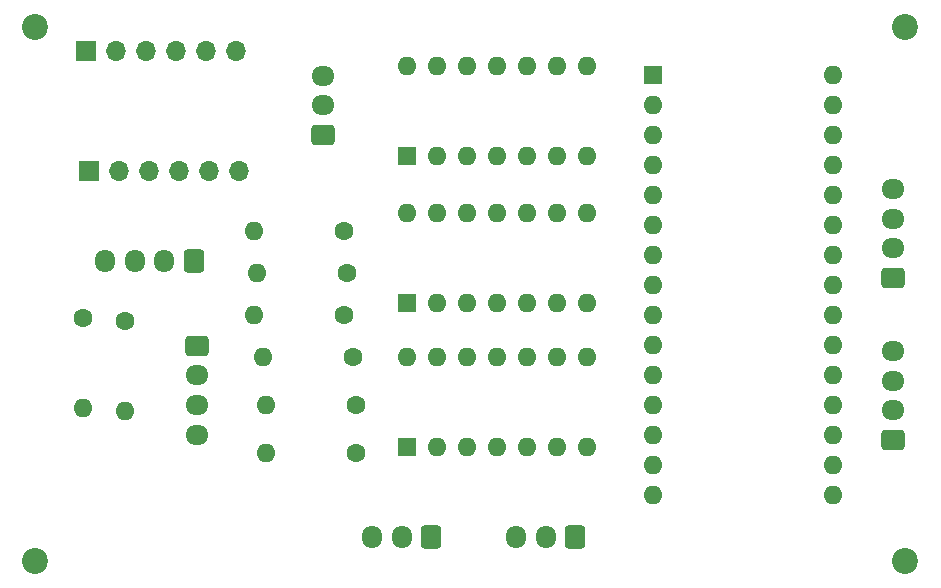
<source format=gbr>
%TF.GenerationSoftware,KiCad,Pcbnew,(7.0.0)*%
%TF.CreationDate,2023-07-11T22:52:13+02:00*%
%TF.ProjectId,newPCB,6e657750-4342-42e6-9b69-6361645f7063,rev?*%
%TF.SameCoordinates,Original*%
%TF.FileFunction,Soldermask,Top*%
%TF.FilePolarity,Negative*%
%FSLAX46Y46*%
G04 Gerber Fmt 4.6, Leading zero omitted, Abs format (unit mm)*
G04 Created by KiCad (PCBNEW (7.0.0)) date 2023-07-11 22:52:13*
%MOMM*%
%LPD*%
G01*
G04 APERTURE LIST*
G04 Aperture macros list*
%AMRoundRect*
0 Rectangle with rounded corners*
0 $1 Rounding radius*
0 $2 $3 $4 $5 $6 $7 $8 $9 X,Y pos of 4 corners*
0 Add a 4 corners polygon primitive as box body*
4,1,4,$2,$3,$4,$5,$6,$7,$8,$9,$2,$3,0*
0 Add four circle primitives for the rounded corners*
1,1,$1+$1,$2,$3*
1,1,$1+$1,$4,$5*
1,1,$1+$1,$6,$7*
1,1,$1+$1,$8,$9*
0 Add four rect primitives between the rounded corners*
20,1,$1+$1,$2,$3,$4,$5,0*
20,1,$1+$1,$4,$5,$6,$7,0*
20,1,$1+$1,$6,$7,$8,$9,0*
20,1,$1+$1,$8,$9,$2,$3,0*%
G04 Aperture macros list end*
%ADD10C,2.200000*%
%ADD11RoundRect,0.250000X0.725000X-0.600000X0.725000X0.600000X-0.725000X0.600000X-0.725000X-0.600000X0*%
%ADD12O,1.950000X1.700000*%
%ADD13R,1.600000X1.600000*%
%ADD14O,1.600000X1.600000*%
%ADD15C,1.600000*%
%ADD16R,1.700000X1.700000*%
%ADD17O,1.700000X1.700000*%
%ADD18RoundRect,0.250000X-0.725000X0.600000X-0.725000X-0.600000X0.725000X-0.600000X0.725000X0.600000X0*%
%ADD19RoundRect,0.250000X0.600000X0.725000X-0.600000X0.725000X-0.600000X-0.725000X0.600000X-0.725000X0*%
%ADD20O,1.700000X1.950000*%
G04 APERTURE END LIST*
D10*
%TO.C,REF\u002A\u002A*%
X141224000Y-73152000D03*
%TD*%
%TO.C,REF\u002A\u002A*%
X141224000Y-118364000D03*
%TD*%
%TO.C,REF\u002A\u002A*%
X214884000Y-118364000D03*
%TD*%
%TO.C,REF\u002A\u002A*%
X214884000Y-73152000D03*
%TD*%
D11*
%TO.C,J9*%
X213868000Y-108084000D03*
D12*
X213867999Y-105583999D03*
X213867999Y-103083999D03*
X213867999Y-100583999D03*
%TD*%
D11*
%TO.C,J1*%
X213868000Y-94368000D03*
D12*
X213867999Y-91867999D03*
X213867999Y-89367999D03*
X213867999Y-86867999D03*
%TD*%
D13*
%TO.C,U1*%
X172719999Y-84063999D03*
D14*
X175259999Y-84063999D03*
X177799999Y-84063999D03*
X180339999Y-84063999D03*
X182879999Y-84063999D03*
X185419999Y-84063999D03*
X187959999Y-84063999D03*
X187959999Y-76443999D03*
X185419999Y-76443999D03*
X182879999Y-76443999D03*
X180339999Y-76443999D03*
X177799999Y-76443999D03*
X175259999Y-76443999D03*
X172719999Y-76443999D03*
%TD*%
D15*
%TO.C,R3*%
X168148000Y-101092000D03*
D14*
X160527999Y-101091999D03*
%TD*%
D16*
%TO.C,J3*%
X145541999Y-75183999D03*
D17*
X148081999Y-75183999D03*
X150621999Y-75183999D03*
X153161999Y-75183999D03*
X155701999Y-75183999D03*
X158241999Y-75183999D03*
%TD*%
D15*
%TO.C,R2*%
X168402000Y-105156000D03*
D14*
X160781999Y-105155999D03*
%TD*%
D11*
%TO.C,J7*%
X165608000Y-82296000D03*
D12*
X165607999Y-79795999D03*
X165607999Y-77295999D03*
%TD*%
D18*
%TO.C,J5*%
X154940000Y-100156000D03*
D12*
X154939999Y-102655999D03*
X154939999Y-105155999D03*
X154939999Y-107655999D03*
%TD*%
D15*
%TO.C,R4*%
X167386000Y-97536000D03*
D14*
X159765999Y-97535999D03*
%TD*%
D15*
%TO.C,R7*%
X148844000Y-98044000D03*
D14*
X148843999Y-105663999D03*
%TD*%
%TO.C,U2*%
X172719999Y-88899999D03*
X175259999Y-88899999D03*
X177799999Y-88899999D03*
X180339999Y-88899999D03*
X182879999Y-88899999D03*
X185419999Y-88899999D03*
X187959999Y-88899999D03*
X187959999Y-96519999D03*
X185419999Y-96519999D03*
X182879999Y-96519999D03*
X180339999Y-96519999D03*
X177799999Y-96519999D03*
X175259999Y-96519999D03*
D13*
X172719999Y-96519999D03*
%TD*%
%TO.C,A1*%
X193547999Y-77215999D03*
D14*
X193547999Y-79755999D03*
X193547999Y-82295999D03*
X193547999Y-84835999D03*
X193547999Y-87375999D03*
X193547999Y-89915999D03*
X193547999Y-92455999D03*
X193547999Y-94995999D03*
X193547999Y-97535999D03*
X193547999Y-100075999D03*
X193547999Y-102615999D03*
X193547999Y-105155999D03*
X193547999Y-107695999D03*
X193547999Y-110235999D03*
X193547999Y-112775999D03*
X208787999Y-112775999D03*
X208787999Y-110235999D03*
X208787999Y-107695999D03*
X208787999Y-105155999D03*
X208787999Y-102615999D03*
X208787999Y-100075999D03*
X208787999Y-97535999D03*
X208787999Y-94995999D03*
X208787999Y-92455999D03*
X208787999Y-89915999D03*
X208787999Y-87375999D03*
X208787999Y-84835999D03*
X208787999Y-82295999D03*
X208787999Y-79755999D03*
X208787999Y-77215999D03*
%TD*%
D15*
%TO.C,R6*%
X167386000Y-90424000D03*
D14*
X159765999Y-90423999D03*
%TD*%
D15*
%TO.C,R1*%
X168402000Y-109220000D03*
D14*
X160781999Y-109219999D03*
%TD*%
D19*
%TO.C,J4*%
X154626000Y-92981000D03*
D20*
X152125999Y-92980999D03*
X149625999Y-92980999D03*
X147125999Y-92980999D03*
%TD*%
D15*
%TO.C,R5*%
X167640000Y-93980000D03*
D14*
X160019999Y-93979999D03*
%TD*%
D16*
%TO.C,J2*%
X145795999Y-85343999D03*
D17*
X148335999Y-85343999D03*
X150875999Y-85343999D03*
X153415999Y-85343999D03*
X155955999Y-85343999D03*
X158495999Y-85343999D03*
%TD*%
D13*
%TO.C,U3*%
X172719999Y-108711999D03*
D14*
X175259999Y-108711999D03*
X177799999Y-108711999D03*
X180339999Y-108711999D03*
X182879999Y-108711999D03*
X185419999Y-108711999D03*
X187959999Y-108711999D03*
X187959999Y-101091999D03*
X185419999Y-101091999D03*
X182879999Y-101091999D03*
X180339999Y-101091999D03*
X177799999Y-101091999D03*
X175259999Y-101091999D03*
X172719999Y-101091999D03*
%TD*%
D19*
%TO.C,J8*%
X186944000Y-116332000D03*
D20*
X184443999Y-116331999D03*
X181943999Y-116331999D03*
%TD*%
D15*
%TO.C,R8*%
X145288000Y-97790000D03*
D14*
X145287999Y-105409999D03*
%TD*%
D19*
%TO.C,J6*%
X174752000Y-116332000D03*
D20*
X172251999Y-116331999D03*
X169751999Y-116331999D03*
%TD*%
M02*

</source>
